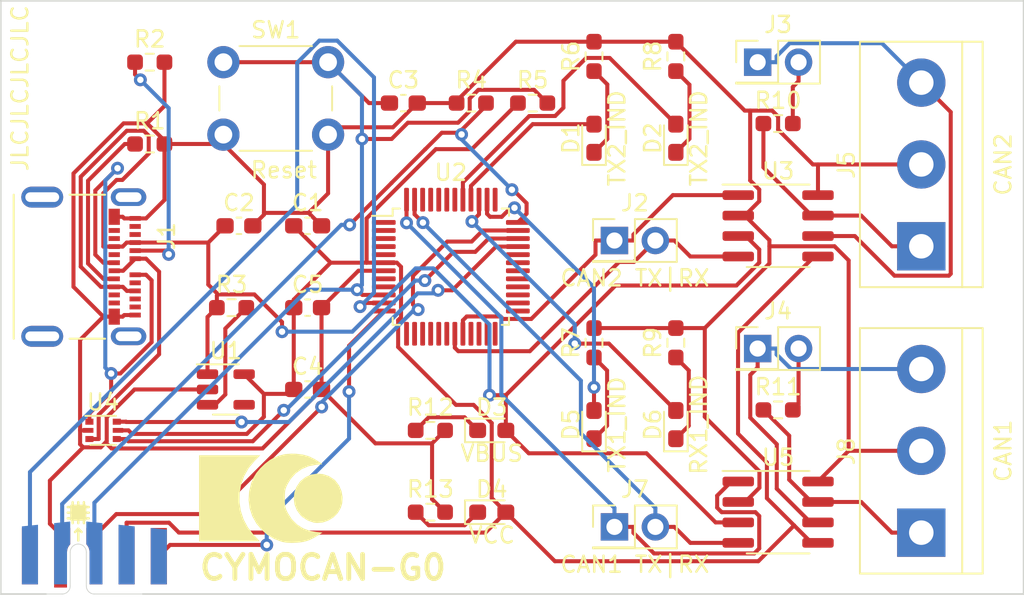
<source format=kicad_pcb>
(kicad_pcb (version 20221018) (generator pcbnew)
  (layers (0 "F.Cu" signal) (31 "B.Cu" signal) (34 "B.Paste" user) (35 "F.Paste" user) (36 "B.SilkS" user "B.Silkscreen") (37 "F.SilkS" user "F.Silkscreen") (38 "B.Mask" user) (39 "F.Mask" user) (44 "Edge.Cuts" user))
  (net 0 "")
  (net 1 "VBUS")
  (net 2 "GND")
  (net 3 "VCC")
  (net 4 "nRST")
  (net 5 "Net-(D1-K)")
  (net 6 "Net-(D2-K)")
  (net 7 "Net-(D3-K)")
  (net 8 "CAN1_TX_IND")
  (net 9 "Net-(D4-K)")
  (net 10 "CAN1_RX_IND")
  (net 11 "Net-(D5-K)")
  (net 12 "CAN2_TX_IND")
  (net 13 "Net-(D6-K)")
  (net 14 "CAN2_RX_IND")
  (net 15 "SWDIO")
  (net 16 "SWCLK{slash}BOOT0")
  (net 19 "DEBUG_UART_TX")
  (net 20 "DEBUG_UART_RX")
  (net 24 "CC1")
  (net 25 "USB_DP")
  (net 26 "USB_DM")
  (net 32 "CC2")
  (net 37 "Net-(J3-Pin_2)")
  (net 38 "Net-(J5-Pin_1)")
  (net 40 "Net-(J3-Pin_1)")
  (net 42 "Net-(J4-Pin_1)")
  (net 43 "Net-(J4-Pin_2)")
  (net 44 "CAN1_TXD")
  (net 45 "CAN1_RXD")
  (net 46 "CAN2_TXD")
  (net 47 "CAN2_RXD")
  (net 49 "Net-(J8-Pin_1)")
  (net 50 "Net-(U1-EN)")
  (net 76 "USB_DM_ISO")
  (net 77 "USB_DP_ISO")
  (footprint "Capacitor_SMD:C_0603_1608Metric_Pad1.08x0.95mm_HandSolder" (layer "F.Cu") (at 126.5925 69.85)
    (fp_text reference "C3")
    (fp_text value "0.1uF")
  )
  (footprint "Resistor_SMD:R_0603_1608Metric_Pad0.98x0.95mm_HandSolder" (layer "F.Cu") (at 130.81 69.85)
    (fp_text reference "R4")
    (fp_text value "10K")
  )
  (footprint "Connector_PinHeader_2.54mm:PinHeader_2x01_P2.54mm_Vertical" (layer "F.Cu") (at 139.7 78.3825)
    (fp_text reference "J2")
    (fp_text value "CAN2 TX|RX")
  )
  (footprint "LED_SMD:LED_0603_1608Metric_Pad1.05x0.95mm_HandSolder" (layer "F.Cu") (at 143.51 89.8125 90)
    (fp_text reference "D6")
    (fp_text value "RX1_IND")
  )
  (footprint "Resistor_SMD:R_0603_1608Metric_Pad0.98x0.95mm_HandSolder" (layer "F.Cu") (at 128.27 95.25)
    (fp_text reference "R13")
    (fp_text value "1K")
  )
  (footprint "Resistor_SMD:R_0603_1608Metric_Pad0.98x0.95mm_HandSolder" (layer "F.Cu") (at 149.86 88.9)
    (fp_text reference "R11")
    (fp_text value "120")
  )
  (footprint "Capacitor_SMD:C_0603_1608Metric_Pad1.08x0.95mm_HandSolder" (layer "F.Cu") (at 120.65 82.55)
    (fp_text reference "C5")
    (fp_text value "4.7uF")
  )
  (footprint "Capacitor_SMD:C_0603_1608Metric_Pad1.08x0.95mm_HandSolder" (layer "F.Cu") (at 120.65 87.63)
    (fp_text reference "C4")
    (fp_text value "100nf")
  )
  (footprint "LED_SMD:LED_0603_1608Metric_Pad1.05x0.95mm_HandSolder" (layer "F.Cu") (at 138.43 89.8125 90)
    (fp_text reference "D5")
    (fp_text value "TX1_IND")
  )
  (footprint "Package_SO:SOIC-8_3.9x4.9mm_P1.27mm" (layer "F.Cu") (at 149.86 95.25)
    (fp_text reference "U5")
    (fp_text value "TJA1051T-3")
  )
  (footprint "SnapEDA Library:MOLEX_105450-0101" (layer "F.Cu") (at 106.172 80.01 -90)
    (fp_text reference "J1")
    (fp_text value "105450-0101" hide)
  )
  (footprint "Button_Switch_THT:SW_PUSH_6mm" (layer "F.Cu") (at 115.42 67.31)
    (fp_text reference "SW1")
    (fp_text value "Reset")
  )
  (footprint "Connector_PinHeader_2.54mm:PinHeader_2x01_P2.54mm_Vertical" (layer "F.Cu") (at 148.59 85.09)
    (fp_text reference "J4")
    (fp_text value "Conn_01x02_Pin" hide)
  )
  (footprint "LED_SMD:LED_0603_1608Metric_Pad1.05x0.95mm_HandSolder" (layer "F.Cu") (at 132.08 90.17)
    (fp_text reference "D3")
    (fp_text value "VBUS")
  )
  (footprint "LOGO" (layer "F.Cu") (at 117.830558 92.456)
    (fp_text reference "G***" hide)
    (fp_text value "LOGO" hide)
  )
  (footprint "Resistor_SMD:R_0603_1608Metric_Pad0.98x0.95mm_HandSolder" (layer "F.Cu") (at 128.27 90.17)
    (fp_text reference "R12")
    (fp_text value "1K")
  )
  (footprint "Resistor_SMD:R_0603_1608Metric_Pad0.98x0.95mm_HandSolder" (layer "F.Cu") (at 138.43 66.9525 90)
    (fp_text reference "R6")
    (fp_text value "1K")
  )
  (footprint "Resistor_SMD:R_0603_1608Metric_Pad0.98x0.95mm_HandSolder" (layer "F.Cu") (at 149.86 71.12)
    (fp_text reference "R10")
    (fp_text value "120")
  )
  (footprint "Resistor_SMD:R_0603_1608Metric_Pad0.98x0.95mm_HandSolder" (layer "F.Cu") (at 143.51 66.9525 90)
    (fp_text reference "R8")
    (fp_text value "1K")
  )
  (footprint "Connector_PinHeader_2.54mm:PinHeader_2x01_P2.54mm_Vertical" (layer "F.Cu") (at 148.59 67.31)
    (fp_text reference "J3")
    (fp_text value "Conn_01x02_Pin" hide)
  )
  (footprint "LED_SMD:LED_0603_1608Metric_Pad1.05x0.95mm_HandSolder" (layer "F.Cu") (at 143.51 72.0325 90)
    (fp_text reference "D2")
    (fp_text value "TX2_IND")
  )
  (footprint "TerminalBlock:TerminalBlock_bornier-3_P5.08mm" (layer "F.Cu") (at 158.75 78.74 90)
    (fp_text reference "J5")
    (fp_text value "CAN2")
  )
  (footprint "Package_TO_SOT_SMD:SOT-23-5" (layer "F.Cu") (at 115.57 87.63)
    (fp_text reference "U1")
    (fp_text value "AP2112K-3.3")
  )
  (footprint "Package_TO_SOT_SMD:SOT-666" (layer "F.Cu") (at 107.95 90.17)
    (fp_text reference "U4")
    (fp_text value "USBLC6-2P6")
  )
  (footprint "Resistor_SMD:R_0603_1608Metric_Pad0.98x0.95mm_HandSolder" (layer "F.Cu") (at 110.8475 67.31)
    (fp_text reference "R2")
    (fp_text value "5.1K")
  )
  (footprint "Package_SO:SOIC-8_3.9x4.9mm_P1.27mm" (layer "F.Cu") (at 149.86 77.47)
    (fp_text reference "U3")
    (fp_text value "TJA1051T-3")
  )
  (footprint "Resistor_SMD:R_0603_1608Metric_Pad0.98x0.95mm_HandSolder" (layer "F.Cu") (at 134.62 69.85)
    (fp_text reference "R5")
    (fp_text value "40K")
  )
  (footprint "DebugEdge:DebugEdge_2x05_Target" (layer "F.Cu") (at 107.41 100.33)
    (fp_text reference "J6" hide)
    (fp_text value "DebugEdge_02x05" hide)
    (fp_line (start -3 0) (end -2 0) (stroke (width 0.05)) (layer "Edge.Cuts"))
    (fp_line (start -1.5 -2.6) (end -1.5 -0.5) (stroke (width 0.05)) (layer "Edge.Cuts"))
    (fp_line (start -0.5 -0.5) (end -0.5 -2.6) (stroke (width 0.05)) (layer "Edge.Cuts"))
    (fp_line (start 0 0) (end 3 0) (stroke (width 0.05)) (layer "Edge.Cuts"))
    (fp_arc (start -1.5 -2.6) (mid -1 -3.1) (end -0.5 -2.6) (stroke (width 0.05)) (layer "Edge.Cuts"))
    (fp_arc (start -1.5 -0.5) (mid -1.646447 -0.146447) (end -2 0) (stroke (width 0.05)) (layer "Edge.Cuts"))
    (fp_arc (start 0 0) (mid -0.353553 -0.146447) (end -0.5 -0.5) (stroke (width 0.05)) (layer "Edge.Cuts"))
  )
  (footprint "Connector_PinHeader_2.54mm:PinHeader_2x01_P2.54mm_Vertical" (layer "F.Cu") (at 139.7 96.1625)
    (fp_text reference "J7")
    (fp_text value "CAN1 TX|RX")
  )
  (footprint "Resistor_SMD:R_0603_1608Metric_Pad0.98x0.95mm_HandSolder" (layer "F.Cu") (at 143.51 84.7325 90)
    (fp_text reference "R9")
    (fp_text value "1K")
  )
  (footprint "LED_SMD:LED_0603_1608Metric_Pad1.05x0.95mm_HandSolder" (layer "F.Cu") (at 132.08 95.25)
    (fp_text reference "D4")
    (fp_text value "VCC")
  )
  (footprint "Package_QFP:LQFP-48_7x7mm_P0.5mm" (layer "F.Cu") (at 129.54 80.01)
    (fp_text reference "U2")
    (fp_text value "STM32G0B1CBTx")
  )
  (footprint "Resistor_SMD:R_0603_1608Metric_Pad0.98x0.95mm_HandSolder" (layer "F.Cu") (at 138.43 84.7325 90)
    (fp_text reference "R7")
    (fp_text value "1K")
  )
  (footprint "Resistor_SMD:R_0603_1608Metric_Pad0.98x0.95mm_HandSolder" (layer "F.Cu") (at 110.8475 72.39)
    (fp_text reference "R1")
    (fp_text value "5.1K")
  )
  (footprint "Capacitor_SMD:C_0603_1608Metric_Pad1.08x0.95mm_HandSolder" (layer "F.Cu") (at 116.385 77.47)
    (fp_text reference "C2")
    (fp_text value "1uF")
  )
  (footprint "TerminalBlock:TerminalBlock_bornier-3_P5.08mm" (layer "F.Cu") (at 158.75 96.52 90)
    (fp_text reference "J8")
    (fp_text value "CAN1")
  )
  (footprint "Resistor_SMD:R_0603_1608Metric_Pad0.98x0.95mm_HandSolder" (layer "F.Cu") (at 115.9275 82.55)
    (fp_text reference "R3")
    (fp_text value "10K")
  )
  (footprint "LED_SMD:LED_0603_1608Metric_Pad1.05x0.95mm_HandSolder" (layer "F.Cu") (at 138.43 72.0325 90)
    (fp_text reference "D1")
    (fp_text value "TX2_IND")
  )
  (footprint "Capacitor_SMD:C_0603_1608Metric_Pad1.08x0.95mm_HandSolder" (layer "F.Cu") (at 120.65 77.47)
    (fp_text reference "C1")
    (fp_text value "1uF")
  )
  (gr_line (start 110.41 100.33) (end 165.1 100.33) (stroke (width 0.1)) (layer "Edge.Cuts"))
  (gr_line (start 101.6 63.5) (end 101.6 100.33) (stroke (width 0.1)) (layer "Edge.Cuts"))
  (gr_line (start 101.6 100.33) (end 104.41 100.33) (stroke (width 0.1)) (layer "Edge.Cuts"))
  (gr_line (start 165.1 100.33) (end 165.1 63.5) (stroke (width 0.1)) (layer "Edge.Cuts"))
  (gr_line (start 165.1 63.5) (end 101.6 63.5) (stroke (width 0.1)) (layer "Edge.Cuts"))
  (gr_text "CYMOCAN-G0" (at 113.792 99.568) (layer "F.SilkS") (effects (font (size 1.5 1.5) (thickness 0.3) bold) (justify left bottom)))
  (gr_text "JLCJLCJLCJLC" (at 103.378 74.168 90) (layer "F.SilkS") (effects (font (size 1 1)) (justify left bottom)))
  (segment (start 109.1781 81.26) (end 108.642 81.26) (width 0.25) (layer "F.Cu") (net 1))
  (segment (start 141.6883 91.5919) (end 134.3769 91.5919) (width 0.25) (layer "F.Cu") (net 1))
  (segment (start 117.3431 81.7287) (end 115.0896 81.7287) (width 0.25) (layer "F.Cu") (net 1))
  (segment (start 110.7838 71.8796) (end 110.7838 72.986) (width 0.25) (layer "F.Cu") (net 1))
  (segment (start 107.8168 81.26) (end 106.5636 80.0068) (width 0.25) (layer "F.Cu") (net 1))
  (segment (start 108.642 78.76) (end 107.9651 78.76) (width 0.25) (layer "F.Cu") (net 1))
  (segment (start 109.942 81.51) (end 109.4281 81.51) (width 0.25) (layer "F.Cu") (net 1))
  (segment (start 114.4325 86.68) (end 114.4325 83.1325) (width 0.25) (layer "F.Cu") (net 1))
  (segment (start 106.5636 74.4242) (end 109.4183 71.5695) (width 0.25) (layer "F.Cu") (net 1))
  (segment (start 115.0896 81.7287) (end 115.015 81.8033) (width 0.25) (layer "F.Cu") (net 1))
  (segment (start 134.3769 91.5919) (end 132.955 90.17) (width 0.25) (layer "F.Cu") (net 1))
  (segment (start 119.0604 84.0434) (end 119.0604 83.446) (width 0.25) (layer "F.Cu") (net 1))
  (segment (start 108.7878 74.621) (end 107.9651 75.4437) (width 0.25) (layer "F.Cu") (net 1))
  (segment (start 109.942 78.51) (end 109.4169 78.51) (width 0.25) (layer "F.Cu") (net 1))
  (segment (start 114.4325 83.1325) (end 115.015 82.55) (width 0.25) (layer "F.Cu") (net 1))
  (segment (start 148.6875 79.7579) (end 147.2692 81.1762) (width 0.25) (layer "F.Cu") (net 1))
  (segment (start 109.4183 71.5695) (end 110.4737 71.5695) (width 0.25) (layer "F.Cu") (net 1))
  (segment (start 106.5636 80.0068) (end 106.5636 74.4242) (width 0.25) (layer "F.Cu") (net 1))
  (segment (start 109.942 78.51) (end 114.4825 78.51) (width 0.25) (layer "F.Cu") (net 1))
  (segment (start 147.853 78.105) (end 148.6875 78.9395) (width 0.25) (layer "F.Cu") (net 1))
  (segment (start 148.6875 78.9395) (end 148.6875 79.7579) (width 0.25) (layer "F.Cu") (net 1))
  (segment (start 132.955 87.9849) (end 132.955 90.17) (width 0.25) (layer "F.Cu") (net 1))
  (segment (start 108.642 81.26) (end 107.8168 81.26) (width 0.25) (layer "F.Cu") (net 1))
  (segment (start 114.4825 81.1216) (end 114.4825 78.51) (width 0.25) (layer "F.Cu") (net 1))
  (segment (start 147.385 95.885) (end 145.9814 95.885) (width 0.25) (layer "F.Cu") (net 1))
  (segment (start 139.7637 81.1762) (end 132.955 87.9849) (width 0.25) (layer "F.Cu") (net 1))
  (segment (start 109.1488 74.621) (end 108.7878 74.621) (width 0.25) (layer "F.Cu") (net 1))
  (segment (start 110.7838 72.986) (end 109.1488 74.621) (width 0.25) (layer "F.Cu") (net 1))
  (segment (start 109.4281 81.51) (end 109.1781 81.26) (width 0.25) (layer "F.Cu") (net 1))
  (segment (start 107.9651 75.4437) (end 107.9651 78.76) (width 0.25) (layer "F.Cu") (net 1))
  (segment (start 147.2692 81.1762) (end 139.7637 81.1762) (width 0.25) (layer "F.Cu") (net 1))
  (segment (start 110.4737 71.5695) (end 110.7838 71.8796) (width 0.25) (layer "F.Cu") (net 1))
  (segment (start 147.385 78.105) (end 147.853 78.105) (width 0.25) (layer "F.Cu") (net 1))
  (segment (start 119.0604 83.446) (end 117.3431 81.7287) (width 0.25) (layer "F.Cu") (net 1))
  (segment (start 115.015 81.8033) (end 115.015 82.55) (width 0.25) (layer "F.Cu") (net 1))
  (segment (start 115.0896 81.7287) (end 114.4825 81.1216) (width 0.25) (layer "F.Cu") (net 1))
  (segment (start 114.4825 78.51) (end 115.5225 77.47) (width 0.25) (layer "F.Cu") (net 1))
  (segment (start 145.9814 95.885) (end 141.6883 91.5919) (width 0.25) (layer "F.Cu") (net 1))
  (segment (start 132.955 87.9849) (end 131.9413 87.9849) (width 0.25) (layer "F.Cu") (net 1))
  (segment (start 109.4169 78.51) (end 109.1669 78.76) (width 0.25) (layer "F.Cu") (net 1))
  (segment (start 109.1669 78.76) (end 108.642 78.76) (width 0.25) (layer "F.Cu") (net 1))
  (via (at 131.9413 87.9849) (size 0.8) (drill 0.4) (layers "F.Cu" "B.Cu") (net 1))
  (via (at 119.0604 84.0434) (size 0.8) (drill 0.4) (layers "F.Cu" "B.Cu") (net 1))
  (segment (start 128.4509 80.113) (end 127.3531 80.113) (width 0.25) (layer "B.Cu") (net 1))
  (segment (start 131.9413 87.9849) (end 131.9413 83.6034) (width 0.25) (layer "B.Cu") (net 1))
  (segment (start 127.3531 80.113) (end 123.4227 84.0434) (width 0.25) (layer "B.Cu") (net 1))
  (segment (start 131.9413 83.6034) (end 128.4509 80.113) (width 0.25) (layer "B.Cu") (net 1))
  (segment (start 123.4227 84.0434) (end 119.0604 84.0434) (width 0.25) (layer "B.Cu") (net 1))
  (segment (start 121.92 71.81) (end 121.92 75.4569) (width 0.25) (layer "F.Cu") (net 2))
  (segment (start 148.6998 93.7319) (end 148.6998 92.7189) (width 0.25) (layer "F.Cu") (net 2))
  (segment (start 106.1117 74.2201) (end 109.2236 71.1082) (width 0.25) (layer "F.Cu") (net 2))
  (segment (start 133.5751 66.04) (end 138.43 66.04) (width 0.25) (layer "F.Cu") (net 2))
  (segment (start 106.7146 91.2219) (end 106.5231 91.0304) (width 0.25) (layer "F.Cu") (net 2))
  (segment (start 148.6998 92.7189) (end 145.3082 89.3273) (width 0.25) (layer "F.Cu") (net 2))
  (segment (start 149.3192 78.74) (end 153.3637 78.74) (width 0.25) (layer "F.Cu") (net 2))
  (segment (start 117.9369 76.7806) (end 117.9369 76.6672) (width 0.25) (layer "F.Cu") (net 2))
  (segment (start 108.1057 90.9216) (end 107.8054 91.2219) (width 0.25) (layer "F.Cu") (net 2))
  (segment (start 108.176 89.3567) (end 108.176 90.8513) (width 0.25) (layer "F.Cu") (net 2))
  (segment (start 148.125 70.3172) (end 148.125 74.6547) (width 0.25) (layer "F.Cu") (net 2))
  (segment (start 158.75 91.44) (end 154.24 91.44) (width 0.25) (layer "F.Cu") (net 2))
  (segment (start 117.9369 74.9069) (end 115.42 72.39) (width 0.25) (layer "F.Cu") (net 2))
  (segment (start 111.76 70.0316) (end 110.6834 71.1082) (width 0.25) (layer "F.Cu") (net 2))
  (segment (start 109.2651 77.01) (end 109.1651 76.91) (width 0.25) (layer "F.Cu") (net 2))
  (segment (start 152.335 73.66) (end 152.0195 73.66) (width 0.25) (layer "F.Cu") (net 2))
  (segment (start 129.8975 69.85) (end 129.8975 69.7176) (width 0.25) (layer "F.Cu") (net 2))
  (segment (start 143.51 83.82) (end 138.43 83.82) (width 0.25) (layer "F.Cu") (net 2))
  (segment (start 111.76 72.1848) (end 111.76 72.39) (width 0.25) (layer "F.Cu") (net 2))
  (segment (start 152.335 73.66) (end 152.335 75.565) (width 0.25) (layer "F.Cu") (net 2))
  (segment (start 127.455 69.85) (end 127.4528 69.85) (width 0.25) (layer "F.Cu") (net 2))
  (segment (start 109.717 77.01) (end 109.942 77.01) (width 0.25) (layer "F.Cu") (net 2))
  (segment (start 109.9027 87.63) (end 108.176 89.3567) (width 0.25) (layer "F.Cu") (net 2))
  (segment (start 128.3762 90.9763) (end 124.8588 90.9763) (width 0.25) (layer "F.Cu") (net 2))
  (segment (start 115.42 72.39) (end 111.76 72.39) (width 0.25) (layer "F.Cu") (net 2))
  (segment (start 104.648 95.968) (end 104.648 93.2885) (width 0.25) (layer "F.Cu") (net 2))
  (segment (start 108.176 90.8513) (end 108.1057 90.9216) (width 0.25) (layer "F.Cu") (net 2))
  (segment (start 147.7872 70.3172) (end 143.51 66.04) (width 0.25) (layer "F.Cu") (net 2))
  (segment (start 108.642 83.11) (end 109.1651 83.11) (width 0.25) (layer "F.Cu") (net 2))
  (segment (start 149.4892 70.3172) (end 148.125 70.3172) (width 0.25) (layer "F.Cu") (net 2))
  (segment (start 154.24 91.44) (end 152.335 93.345) (width 0.25) (layer "F.Cu") (net 2))
  (segment (start 128.3762 90.9763) (end 129.1825 90.17) (width 0.25) (layer "F.Cu") (net 2))
  (segment (start 148.6875 75.9431) (end 147.7956 76.835) (width 0.25) (layer "F.Cu") (net 2))
  (segment (start 129.8975 69.7176) (end 133.5751 66.04) (width 0.25) (layer "F.Cu") (net 2))
  (segment (start 109.1651 76.91) (end 108.642 76.91) (width 0.25) (layer "F.Cu") (net 2))
  (segment (start 148.125 74.6547) (end 148.6875 75.2172) (width 0.25) (layer "F.Cu") (net 2))
  (segment (start 111.76 75.8689) (end 110.6189 77.01) (width 0.25) (layer "F.Cu") (net 2))
  (segment (start 121.5125 87.63) (end 117.8473 91.2952) (width 0.25) (layer "F.Cu") (net 2))
  (segment (start 128.3762 94.4437) (end 129.1825 95.25) (width 0.25) (layer "F.Cu") (net 2))
  (segment (start 106.5231 90.1715) (end 106.5246 90.17) (width 0.25) (layer "F.Cu") (net 2))
  (segment (start 110.6834 71.1082) (end 111.76 72.1848) (width 0.25) (layer "F.Cu") (net 2))
  (segment (start 149.86 71.5005) (end 149.86 70.688) (width 0.25) (layer "F.Cu") (net 2))
  (segment (start 149.86 70.688) (end 149.4892 70.3172) (width 0.25) (layer "F.Cu") (net 2))
  (segment (start 148.125 70.3172) (end 147.7872 70.3172) (width 0.25) (layer "F.Cu") (net 2))
  (segment (start 145.3082 89.3273) (end 145.3082 83.82) (width 0.25) (layer "F.Cu") (net 2))
  (segment (start 123.8025 80.26) (end 125.3775 80.26) (width 0.25) (layer "F.Cu") (net 2))
  (segment (start 107.8054 91.2219) (end 106.7146 91.2219) (width 0.25) (layer "F.Cu") (net 2))
  (segment (start 109.2236 71.1082) (end 110.6834 71.1082) (width 0.25) (layer "F.Cu") (net 2))
  (segment (start 104.648 93.2885) (end 106.7146 91.2219) (width 0.25) (layer "F.Cu") (net 2))
  (segment (start 145.3082 83.82) (end 143.51 83.82) (width 0.25) (layer "F.Cu") (net 2))
  (segment (start 106.1117 81.2566) (end 106.1117 74.2201) (width 0.25) (layer "F.Cu") (net 2))
  (segment (start 154.24 79.6163) (end 154.24 91.44) (width 0.25) (layer "F.Cu") (net 2))
  (segment (start 109.717 77.01) (end 109.2651 77.01) (width 0.25) (layer "F.Cu") (net 2))
  (segment (start 147.8167 94.615) (end 148.6998 93.7319) (width 0.25) (layer "F.Cu") (net 2))
  (segment (start 115.42 72.39) (end 115.42 71.81) (width 0.25) (layer "F.Cu") (net 2))
  (segment (start 148.6875 75.2172) (end 148.6875 75.9431) (width 0.25) (layer "F.Cu") (net 2))
  (segment (start 127.455 69.85) (end 129.8975 69.85) (width 0.25) (layer "F.Cu") (net 2))
  (segment (start 106.5231 90.1685) (end 106.5231 84.552) (width 0.25) (layer "F.Cu") (net 2))
  (segment (start 117.2475 77.47) (end 117.9369 76.7806) (width 0.25) (layer "F.Cu") (net 2))
  (segment (start 117.8473 91.2952) (end 108.4793 91.2952) (width 0.25) (layer "F.Cu") (net 2))
  (segment (start 128.3762 90.9763) (end 128.3762 94.4437) (width 0.25) (layer "F.Cu") (net 2))
  (segment (start 108.642 83.11) (end 107.9651 83.11) (width 0.25) (layer "F.Cu") (net 2))
  (segment (start 105.41 96.73) (end 104.648 95.968) (width 0.25) (layer "F.Cu") (net 2))
  (segment (start 111.76 72.39) (end 111.76 75.8689) (width 0.25) (layer "F.Cu") (net 2))
  (segment (start 124.8588 90.9763) (end 121.5125 87.63) (width 0.25) (layer "F.Cu") (net 2))
  (segment (start 149.3192 78.74) (end 149.3192 78.3586) (width 0.25) (layer "F.Cu") (net 2))
  (segment (start 153.3637 78.74) (end 154.24 79.6163) (width 0.25) (layer "F.Cu") (net 2))
  (segment (start 122.3773 71.3527) (end 121.92 71.81) (width 0.25) (layer "F.Cu") (net 2))
  (segment (start 109.1651 83.11) (end 109.2651 83.01) (width 0.25) (layer "F.Cu") (net 2))
  (segment (start 145.3082 83.82) (end 149.3192 79.809) (width 0.25) (layer "F.Cu") (net 2))
  (segment (start 109.942 77.01) (end 110.6189 77.01) (width 0.25) (layer "F.Cu") (net 2))
  (segment (start 106.5231 91.0304) (end 106.5231 90.1715) (width 0.25) (layer "F.Cu") (net 2))
  (segment (start 149.3192 78.3586) (end 147.7956 76.835) (width 0.25) (layer "F.Cu") (net 2))
  (segment (start 152.0195 73.66) (end 149.86 71.5005) (width 0.25) (layer "F.Cu") (net 2))
  (segment (start 106.5231 84.552) (end 107.9651 83.11) (width 0.25) (layer "F.Cu") (net 2))
  (segment (start 114.4325 87.63) (end 109.9027 87.63) (width 0.25) (layer "F.Cu") (net 2))
  (segment (start 108.4793 91.2952) (end 108.1057 90.9216) (width 0.25) (layer "F.Cu") (net 2))
  (segment (start 121.5125 82.55) (end 121.5125 87.63) (width 0.25) (layer "F.Cu") (net 2))
  (segment (start 107.9651 83.11) (end 106.1117 81.2566) (width 0.25) (layer "F.Cu") (net 2))
  (segment (start 121.5125 77.47) (end 120.7097 76.6672) (width 0.25) (layer "F.Cu") (net 2))
  (segment (start 127.4528 69.85) (end 125.9501 71.3527) (width 0.25) (layer "F.Cu") (net 2))
  (segment (start 106.5615 90.17) (end 106.5246 90.17) (width 0.25) (layer "F.Cu") (net 2))
  (segment (start 138.43 66.04) (end 143.51 66.04) (width 0.25) (layer "F.Cu") (net 2))
  (segment (start 158.75 73.66) (end 152.335 73.66) (width 0.25) (layer "F.Cu") (net 2))
  (segment (start 120.7097 76.6672) (end 117.9369 76.6672) (width 0.25) (layer "F.Cu") (net 2))
  (segment (start 111.76 67.31) (end 111.76 70.0316) (width 0.25) (layer "F.Cu") (net 2))
  (segment (start 107.025 90.17) (end 106.5615 90.17) (width 0.25) (layer "F.Cu") (net 2))
  (segment (start 121.5125 82.55) (end 123.8025 80.26) (width 0.25) (layer "F.Cu") (net 2))
  (segment (start 147.7956 76.835) (end 147.385 76.835) (width 0.25) (layer "F.Cu") (net 2))
  (segment (start 106.5246 90.17) (end 106.5231 90.1685) (width 0.25) (layer "F.Cu") (net 2))
  (segment (start 109.942 83.01) (end 109.2651 83.01) (width 0.25) (layer "F.Cu") (net 2))
  (segment (start 147.385 94.615) (end 147.8167 94.615) (width 0.25) (layer "F.Cu") (net 2))
  (segment (start 121.92 75.4569) (end 120.7097 76.6672) (width 0.25) (layer "F.Cu") (net 2))
  (segment (start 149.3192 79.809) (end 149.3192 78.74) (width 0.25) (layer "F.Cu") (net 2))
  (segment (start 125.9501 71.3527) (end 122.3773 71.3527) (width 0.25) (layer "F.Cu") (net 2))
  (segment (start 117.9369 76.6672) (end 117.9369 74.9069) (width 0.25) (layer "F.Cu") (net 2))
  (segment (start 119.7875 87.63) (end 119.5129 87.9046) (width 0.25) (layer "F.Cu") (net 3))
  (segment (start 130.8474 72.7101) (end 133.7075 69.85) (width 0.25) (layer "F.Cu") (net 3))
  (segment (start 119.7875 82.05) (end 122.0775 79.76) (width 0.25) (layer "F.Cu") (net 3))
  (segment (start 125.3775 79.76) (end 124.3128 79.76) (width 0.25) (layer "F.Cu") (net 3))
  (segment (start 132.955 95.25) (end 132.08 94.375) (width 0.25) (layer "F.Cu") (net 3))
  (segment (start 124.3128 77.0072) (end 128.6099 72.7101) (width 0.25) (layer "F.Cu") (net 3))
  (segment (start 132.955 95.25) (end 131.6897 96.5153) (width 0.25) (layer "F.Cu") (net 3))
  (segment (start 124.3128 79.76) (end 124.3128 77.0072) (width 0.25) (layer "F.Cu") (net 3))
  (segment (start 109.7483 90.3914) (end 109.5269 90.17) (width 0.25) (layer "F.Cu") (net 3))
  (segment (start 152.335 79.375) (end 152.1011 79.375) (width 0.25) (layer "F.Cu") (net 3))
  (segment (start 122.0775 79.76) (end 119.7875 77.47) (width 0.25) (layer "F.Cu") (net 3))
  (segment (start 132.08 89.7161) (end 130.9516 88.5877) (width 0.25) (layer "F.Cu") (net 3))
  (segment (start 126.2692 83.3306) (end 126.4493 83.1505) (width 0.25) (layer "F.Cu") (net 3))
  (segment (start 149.164 92.1679) (end 149.164 94.3843) (width 0.25) (layer "F.Cu") (net 3))
  (segment (start 135.9988 98.2938) (end 148.6313 98.2938) (width 0.25) (layer "F.Cu") (net 3))
  (segment (start 117.9321 87.9046) (end 117.9321 89.3318) (width 0.25) (layer "F.Cu") (net 3))
  (segment (start 117.9321 89.3318) (end 116.8725 90.3914) (width 0.25) (layer "F.Cu") (net 3))
  (segment (start 119.7875 87.63) (end 119.7875 82.55) (width 0.25) (layer "F.Cu") (net 3))
  (segment (start 147.3726 90.3765) (end 149.164 92.1679) (width 0.25) (layer "F.Cu") (net 3))
  (segment (start 152.335 97.155) (end 151.9347 97.155) (width 0.25) (layer "F.Cu") (net 3))
  (segment (start 132.955 95.25) (end 135.9988 98.2938) (width 0.25) (layer "F.Cu") (net 3))
  (segment (start 132.08 94.375) (end 132.08 89.7161) (width 0.25) (layer "F.Cu") (net 3))
  (segment (start 149.164 94.3843) (end 150.8524 96.0727) (width 0.25) (layer "F.Cu") (net 3))
  (segment (start 130.9516 88.5877) (end 129.8614 88.5877) (width 0.25) (layer "F.Cu") (net 3))
  (segment (start 112.0454 95.9031) (end 109.41 95.9031) (width 0.25) (layer "F.Cu") (net 3))
  (segment (start 152.1011 79.375) (end 147.3726 84.1035) (width 0.25) (layer "F.Cu") (net 3))
  (segment (start 117.9321 87.9046) (end 116.7075 86.68) (width 0.25) (layer "F.Cu") (net 3))
  (segment (start 126.1915 79.76) (end 125.3775 79.76) (width 0.25) (layer "F.Cu") (net 3))
  (segment (start 108.875 90.17) (end 109.5269 90.17) (width 0.25) (layer "F.Cu") (net 3))
  (segment (start 126.4493 80.0178) (end 126.1915 79.76) (width 0.25) (layer "F.Cu") (net 3))
  (segment (start 147.3726 84.1035) (end 147.3726 90.3765) (width 0.25) (layer "F.Cu") (net 3))
  (segment (start 129.8614 88.5877) (end 126.2692 84.9955) (width 0.25) (layer "F.Cu") (net 3))
  (segment (start 119.7875 82.55) (end 119.7875 82.05) (width 0.25) (layer "F.Cu") (net 3))
  (segment (start 131.6897 96.5153) (end 112.6576 96.5153) (width 0.25) (layer "F.Cu") (net 3))
  (segment (start 148.6313 98.2938) (end 150.8524 96.0727) (width 0.25) (layer "F.Cu") (net 3))
  (segment (start 128.6099 72.7101) (end 130.8474 72.7101) (width 0.25) (layer "F.Cu") (net 3))
  (segment (start 151.9347 97.155) (end 150.8524 96.0727) (width 0.25) (layer "F.Cu") (net 3))
  (segment (start 126.2692 84.9955) (end 126.2692 83.3306) (width 0.25) (layer "F.Cu") (net 3))
  (segment (start 109.41 97.98) (end 109.41 95.9031) (width 0.25) (layer "F.Cu") (net 3))
  (segment (start 112.6576 96.5153) (end 112.0454 95.9031) (width 0.25) (layer "F.Cu") (net 3))
  (segment (start 124.3128 79.76) (end 122.0775 79.76) (width 0.25) (layer "F.Cu") (net 3))
  (segment (start 116.8725 90.3914) (end 109.7483 90.3914) (width 0.25) (layer "F.Cu") (net 3))
  (segment (start 126.4493 83.1505) (end 126.4493 80.0178) (width 0.25) (layer "F.Cu") (net 3))
  (segment (start 119.5129 87.9046) (end 117.9321 87.9046) (width 0.25) (layer "F.Cu") (net 3))
  (segment (start 130.7128 69.5647) (end 130.7128 70.344) (width 0.25) (layer "F.Cu") (net 4))
  (segment (start 129.9868 71.07) (end 126.8719 71.07) (width 0.25) (layer "F.Cu") (net 4))
  (segment (start 124.46 69.85) (end 121.92 67.31) (width 0.25) (layer "F.Cu") (net 4))
  (segment (start 134.7116 69.0291) (end 131.2484 69.0291) (width 0.25) (layer "F.Cu") (net 4))
  (segment (start 135.5325 69.85) (end 134.7116 69.0291) (width 0.25) (layer "F.Cu") (net 4))
  (segment (start 125.3775 81.76) (end 124.048 81.76) (width 0.25) (layer "F.Cu") (net 4))
  (segment (start 125.8623 72.0796) (end 124.022 72.0796) (width 0.25) (layer "F.Cu") (net 4))
  (segment (start 125.73 69.85) (end 124.46 69.85) (width 0.25) (layer "F.Cu") (net 4))
  (segment (start 121.92 67.31) (end 115.42 67.31) (width 0.25) (layer "F.Cu") (net 4))
  (segment (start 130.7128 70.344) (end 129.9868 71.07) (width 0.25) (layer "F.Cu") (net 4))
  (segment (start 131.2484 69.0291) (end 130.7128 69.5647) (width 0.25) (layer "F.Cu") (net 4))
  (segment (start 124.048 81.76) (end 123.725 81.437) (width 0.25) (layer "F.Cu") (net 4))
  (segment (start 126.8719 71.07) (end 125.8623 72.0796) (width 0.25) (layer "F.Cu") (net 4))
  (via (at 123.725 81.437) (size 0.8) (drill 0.4) (layers "F.Cu" "B.Cu") (net 4))
  (via (at 124.022 72.0796) (size 0.8) (drill 0.4) (layers "F.Cu" "B.Cu") (net 4))
  (segment (start 123.725 81.437) (end 120.6358 81.437) (width 0.25) (layer "B.Cu") (net 4))
  (segment (start 120.6358 81.437) (end 107.41 94.6628) (width 0.25) (layer "B.Cu") (net 4))
  (segment (start 124.022 72.0796) (end 124.022 81.14) (width 0.25) (layer "B.Cu") (net 4))
  (segment (start 124.022 81.14) (end 123.725 81.437) (width 0.25) (layer "B.Cu") (net 4))
  (segment (start 124.022 72.0796) (end 124.022 69.412) (width 0.25) (layer "B.Cu") (net 4))
  (segment (start 124.022 69.412) (end 121.92 67.31) (width 0.25) (layer "B.Cu") (net 4))
  (segment (start 107.41 94.6628) (end 107.41 98.23) (width 0.25) (layer "B.Cu") (net 4))
  (segment (start 138.43 72.9075) (end 139.2545 72.083) (width 0.25) (layer "F.Cu") (net 5))
  (segment (start 139.2545 68.6895) (end 138.43 67.865) (width 0.25) (layer "F.Cu") (net 5))
  (segment (start 139.2545 72.083) (end 139.2545 68.6895) (width 0.25) (layer "F.Cu") (net 5))
  (segment (start 143.51 72.9075) (end 144.3574 72.0601) (width 0.25) (layer "F.Cu") (net 6))
  (segment (start 144.3574 72.0601) (end 144.3574 68.7124) (width 0.25) (layer "F.Cu") (net 6))
  (segment (start 144.3574 68.7124) (end 143.51 67.865) (width 0.25) (layer "F.Cu") (net 6))
  (segment (start 130.3915 89.3565) (end 128.171 89.3565) (width 0.25) (layer "F.Cu") (net 7))
  (segment (start 128.171 89.3565) (end 127.3575 90.17) (width 0.25) (layer "F.Cu") (net 7))
  (segment (start 131.205 90.17) (end 130.3915 89.3565) (width 0.25) (layer "F.Cu") (net 7))
  (segment (start 138.4282 87.4967) (end 138.43 87.4985) (width 0.25) (layer "F.Cu") (net 8))
  (segment (start 131.9784 76.9122) (end 132.7005 76.9122) (width 0.25) (layer "F.Cu") (net 8))
  (segment (start 131.79 75.8475) (end 131.79 76.7238) (width 0.25) (layer "F.Cu") (net 8))
  (segment (start 131.79 76.7238) (end 131.9784 76.9122) (width 0.25) (layer "F.Cu") (net 8))
  (segment (start 133.2613 76.3514) (end 133.4914 76.3514) (width 0.25) (layer "F.Cu") (net 8))
  (segment (start 138.43 87.4985) (end 138.43 88.9375) (width 0.25) (layer "F.Cu") (net 8))
  (segment (start 132.7005 76.9122) (end 133.2613 76.3514) (width 0.25) (layer "F.Cu") (net 8))
  (via (at 138.4282 87.4967) (size 0.8) (drill 0.4) (layers "F.Cu" "B.Cu") (net 8))
  (via (at 133.4914 76.3514) (size 0.8) (drill 0.4) (layers "F.Cu" "B.Cu") (net 8))
  (segment (start 138.4282 81.2882) (end 133.4914 76.3514) (width 0.25) (layer "B.Cu") (net 8))
  (segment (start 138.4282 87.4967) (end 138.4282 81.2882) (width 0.25) (layer "B.Cu") (net 8))
  (segment (start 130.3969 96.0581) (end 128.1656 96.0581) (width 0.25) (layer "F.Cu") (net 9))
  (segment (start 131.205 95.25) (end 130.3969 96.0581) (width 0.25) (layer "F.Cu") (net 9))
  (segment (start 128.1656 96.0581) (end 127.3575 95.25) (width 0.25) (layer "F.Cu") (net 9))
  (segment (start 131.29 76.7599) (end 130.8482 77.2017) (width 0.25) (layer "F.Cu") (net 10))
  (segment (start 131.29 75.8475) (end 131.29 76.7599) (width 0.25) (layer "F.Cu") (net 10))
  (segment (start 139.3558 84.7833) (end 137.2346 84.7833) (width 0.25) (layer "F.Cu") (net 10))
  (segment (start 143.51 88.9375) (end 139.3558 84.7833) (width 0.25) (layer "F.Cu") (net 10))
  (via (at 130.8482 77.2017) (size 0.8) (drill 0.4) (layers "F.Cu" "B.Cu") (net 10))
  (via (at 137.2346 84.7833) (size 0.8) (drill 0.4) (layers "F.Cu" "B.Cu") (net 10))
  (segment (start 130.8482 77.2017) (end 137.2346 83.5881) (width 0.25) (layer "B.Cu") (net 10))
  (segment (start 137.2346 83.5881) (end 137.2346 84.7833) (width 0.25) (layer "B.Cu") (net 10))
  (segment (start 139.2418 86.4568) (end 139.2418 89.8757) (width 0.25) (layer "F.Cu") (net 11))
  (segment (start 138.43 85.645) (end 139.2418 86.4568) (width 0.25) (layer "F.Cu") (net 11))
  (segment (start 139.2418 89.8757) (end 138.43 90.6875) (width 0.25) (layer "F.Cu") (net 11))
  (segment (start 130.79 75.8475) (end 130.79 74.9931) (width 0.25) (layer "F.Cu") (net 12))
  (segment (start 130.79 74.9931) (end 134.6256 71.1575) (width 0.25) (layer "F.Cu") (net 12))
  (segment (start 134.6256 71.1575) (end 138.43 71.1575) (width 0.25) (layer "F.Cu") (net 12))
  (segment (start 143.51 90.6875) (end 144.3138 89.8837) (width 0.25) (layer "F.Cu") (net 13))
  (segment (start 144.3138 86.4488) (end 143.51 85.645) (width 0.25) (layer "F.Cu") (net 13))
  (segment (start 144.3138 89.8837) (end 144.3138 86.4488) (width 0.25) (layer "F.Cu") (net 13))
  (segment (start 139.3994 67.0469) (end 143.51 71.1575) (width 0.25) (layer "F.Cu") (net 14))
  (segment (start 130.29 75.8475) (end 130.29 74.7748) (width 0.25) (layer "F.Cu") (net 14))
  (segment (start 136.5301 68.4626) (end 137.9458 67.0469) (width 0.25) (layer "F.Cu") (net 14))
  (segment (start 136.5301 70.1394) (end 136.5301 68.4626) (width 0.25) (layer "F.Cu") (net 14))
  (segment (start 136.0167 70.6528) (end 136.5301 70.1394) (width 0.25) (layer "F.Cu") (net 14))
  (segment (start 134.412 70.6528) (end 136.0167 70.6528) (width 0.25) (layer "F.Cu") (net 14))
  (segment (start 137.9458 67.0469) (end 139.3994 67.0469) (width 0.25) (layer "F.Cu") (net 14))
  (segment (start 130.29 74.7748) (end 134.412 70.6528) (width 0.25) (layer "F.Cu") (net 14))
  (segment (start 127.1894 80.5793) (end 127.1894 82.3526) (width 0.25) (layer "F.Cu") (net 15))
  (segment (start 108.7731 95.3669) (end 107.41 96.73) (width 0.25) (layer "F.Cu") (net 15))
  (segment (start 129.3209 78.4478) (end 127.1894 80.5793) (width 0.25) (layer "F.Cu") (net 15))
  (segment (start 131.5227 77.76) (end 130.8349 78.4478) (width 0.25) (layer "F.Cu") (net 15))
  (segment (start 114.8685 95.3669) (end 108.7731 95.3669) (width 0.25) (layer "F.Cu") (net 15))
  (segment (start 121.522 88.7134) (end 114.8685 95.3669) (width 0.25) (layer "F.Cu") (net 15))
  (segment (start 133.7025 77.76) (end 131.5227 77.76) (width 0.25) (layer "F.Cu") (net 15))
  (segment (start 130.8349 78.4478) (end 129.3209 78.4478) (width 0.25) (layer "F.Cu") (net 15))
  (segment (start 127.1894 82.3526) (end 127.5116 82.6748) (width 0.25) (layer "F.Cu") (net 15))
  (via (at 127.5116 82.6748) (size 0.8) (drill 0.4) (layers "F.Cu" "B.Cu") (net 15))
  (via (at 121.522 88.7134) (size 0.8) (drill 0.4) (layers "F.Cu" "B.Cu") (net 15))
  (segment (start 121.522 88.426) (end 121.522 88.7134) (width 0.25) (layer "B.Cu") (net 15))
  (segment (start 127.2732 82.6748) (end 121.522 88.426) (width 0.25) (layer "B.Cu") (net 15))
  (segment (start 127.5116 82.6748) (end 127.2732 82.6748) (width 0.25) (layer "B.Cu") (net 15))
  (segment (start 130.0713 71.661) (end 130.0398 71.6925) (width 0.25) (layer "F.Cu") (net 16))
  (segment (start 131.7225 69.85) (end 131.7225 70.0098) (width 0.25) (layer "F.Cu") (net 16))
  (segment (start 127.9534 72.7162) (end 127.9512 72.7162) (width 0.25) (layer "F.Cu") (net 16))
  (segment (start 134.2439 76.7186) (end 134.2439 76.0662) (width 0.25) (layer "F.Cu") (net 16))
  (segment (start 130.0398 71.6925) (end 128.9771 71.6925) (width 0.25) (layer "F.Cu") (net 16))
  (segment (start 133.7025 77.26) (end 134.2439 76.7186) (width 0.25) (layer "F.Cu") (net 16))
  (segment (start 127.9512 72.7162) (end 125.8585 74.8089) (width 0.25) (layer "F.Cu") (net 16))
  (segment (start 133.4079 75.2302) (end 133.3318 75.2302) (width 0.25) (layer "F.Cu") (net 16))
  (segment (start 128.9771 71.6925) (end 127.9534 72.7162) (width 0.25) (layer "F.Cu") (net 16))
  (segment (start 130.2071 71.7969) (end 130.0713 71.661) (width 0.25) (layer "F.Cu") (net 16))
  (segment (start 125.8585 74.8089) (end 125.8585 74.8111) (width 0.25) (layer "F.Cu") (net 16))
  (segment (start 125.8585 74.8111) (end 123.2594 77.4102) (width 0.25) (layer "F.Cu") (net 16))
  (segment (start 131.7225 70.0098) (end 130.0713 71.661) (width 0.25) (layer "F.Cu") (net 16))
  (segment (start 134.2439 76.0662) (end 133.4079 75.2302) (width 0.25) (layer "F.Cu") (net 16))
  (via (at 123.2594 77.4102) (size 0.8) (drill 0.4) (layers "F.Cu" "B.Cu") (net 16))
  (via (at 133.3318 75.2302) (size 0.8) (drill 0.4) (layers "F.Cu" "B.Cu") (net 16))
  (via (at 130.2071 71.7969) (size 0.8) (drill 0.4) (layers "F.Cu" "B.Cu") (net 16))
  (segment (start 105.41 94.742) (end 122.7418 77.4102) (width 0.25) (layer "B.Cu") (net 16))
  (segment (start 122.7418 77.4102) (end 123.2594 77.4102) (width 0.25) (layer "B.Cu") (net 16))
  (segment (start 133.3318 75.2302) (end 130.2071 72.1055) (width 0.25) (layer "B.Cu") (net 16))
  (segment (start 130.2071 72.1055) (end 130.2071 71.7969) (width 0.25) (layer "B.Cu") (net 16))
  (segment (start 105.41 98.23) (end 105.41 94.742) (width 0.25) (layer "B.Cu") (net 16))
  (segment (start 123.904 82.4879) (end 124.1319 82.26) (width 0.25) (layer "F.Cu") (net 19))
  (segment (start 124.1319 82.26) (end 125.3775 82.26) (width 0.25) (layer "F.Cu") (net 19))
  (via (at 123.904 82.4879) (size 0.8) (drill 0.4) (layers "F.Cu" "B.Cu") (net 19))
  (segment (start 122.4884 65.9733) (end 124.7698 68.2547) (width 0.25) (layer "B.Cu") (net 19))
  (segment (start 120.0013 76.168) (end 120.0013 67.3485) (width 0.25) (layer "B.Cu") (net 19))
  (segment (start 103.41 92.7593) (end 120.0013 76.168) (width 0.25) (layer "B.Cu") (net 19))
  (segment (start 121.3765 65.9733) (end 122.4884 65.9733) (width 0.25) (layer "B.Cu") (net 19))
  (segment (start 120.0013 67.3485) (end 121.3765 65.9733) (width 0.25) (layer "B.Cu") (net 19))
  (segment (start 124.7698 68.2547) (end 124.7698 81.6221) (width 0.25) (layer "B.Cu") (net 19))
  (segment (start 124.7698 81.6221) (end 123.904 82.4879) (width 0.25) (layer "B.Cu") (net 19))
  (segment (start 103.41 97.93) (end 103.41 92.7593) (width 0.25) (layer "B.Cu") (net 19))
  (segment (start 125.3775 82.76) (end 123.2216 84.9159) (width 0.25) (layer "F.Cu") (net 20))
  (segment (start 118.11 97.282) (end 112.108 97.282) (width 0.25) (layer "F.Cu") (net 20))
  (segment (start 123.2216 84.9159) (end 123.2216 87.7635) (width 0.25) (layer "F.Cu") (net 20))
  (segment (start 112.108 97.282) (end 111.41 97.98) (width 0.25) (layer "F.Cu") (net 20))
  (via (at 118.11 97.282) (size 0.8) (drill 0.4) (layers "F.Cu" "B.Cu") (net 20))
  (via (at 123.2216 87.7635) (size 0.8) (drill 0.4) (layers "F.Cu" "B.Cu") (net 20))
  (segment (start 118.11 97.282) (end 118.11 95.79415) (width 0.25) (layer "B.Cu") (net 20))
  (segment (start 118.11 95.79415) (end 123.2216 90.68255) (width 0.25) (layer "B.Cu") (net 20))
  (segment (start 123.2216 90.68255) (end 123.2216 87.7635) (width 0.25) (layer "B.Cu") (net 20))
  (segment (start 109.935 68.076) (end 109.935 67.31) (width 0.25) (layer "F.Cu") (net 24))
  (segment (start 111.7896 79.01) (end 112.0222 79.2426) (width 0.25) (layer "F.Cu") (net 24))
  (segment (start 109.942 79.01) (end 111.7896 79.01) (width 0.25) (layer "F.Cu") (net 24))
  (segment (start 110.2642 68.4052) (end 109.935 68.076) (width 0.25) (layer "F.Cu") (net 24))
  (via (at 110.2642 68.4052) (size 0.8) (drill 0.4) (layers "F.Cu" "B.Cu") (net 24))
  (via (at 112.0222 79.2426) (size 0.8) (drill 0.4) (layers "F.Cu" "B.Cu") (net 24))
  (segment (start 112.0222 70.1632) (end 110.2642 68.4052) (width 0.25) (layer "B.Cu") (net 24))
  (segment (start 112.0222 79.2426) (end 112.0222 70.1632) (width 0.25) (layer "B.Cu") (net 24))
  (segment (start 111.4281 85.4474) (end 107.6769 89.1986) (width 0.25) (layer "F.Cu") (net 25))
  (segment (start 111.4281 80.3192) (end 111.4281 85.4474) (width 0.25) (layer "F.Cu") (net 25))
  (segment (start 107.1 90.7075) (end 107.6769 90.7075) (width 0.25) (layer "F.Cu") (net 25))
  (segment (start 107.6769 89.1986) (end 107.6769 90.7075) (width 0.25) (layer "F.Cu") (net 25))
  (segment (start 109.942 79.51) (end 110.6189 79.51) (width 0.25) (layer "F.Cu") (net 25))
  (segment (start 108.642 80.26) (end 109.192 80.26) (width 0.25) (layer "F.Cu") (net 25))
  (segment (start 110.6189 79.51) (end 111.4281 80.3192) (width 0.25) (layer "F.Cu") (net 25))
  (segment (start 109.192 80.26) (end 109.942 79.51) (width 0.25) (layer "F.Cu") (net 25))
  (segment (start 107.9651 79.76) (end 107.4674 79.2623) (width 0.25) (layer "F.Cu") (net 26))
  (segment (start 107.1 89.6325) (end 107.1 89.1181) (width 0.25) (layer "F.Cu") (net 26))
  (segment (start 110.9635 84.6917) (end 109.0148 86.6404) (width 0.25) (layer "F.Cu") (net 26))
  (segment (start 107.4674 79.2623) (end 107.4674 75.2744) (width 0.25) (layer "F.Cu") (net 26))
  (segment (start 108.4503 87.7678) (end 107.1 89.1181) (width 0.25) (layer "F.Cu") (net 26))
  (segment (start 108.642 79.76) (end 107.9651 79.76) (width 0.25) (layer "F.Cu") (net 26))
  (segment (start 108.4503 86.6404) (end 108.4503 87.7678) (width 0.25) (layer "F.Cu") (net 26))
  (segment (start 107.4674 75.2744) (end 108.8477 73.8941) (width 0.25) (layer "F.Cu") (net 26))
  (segment (start 110.9635 80.8546) (end 110.9635 84.6917) (width 0.25) (layer "F.Cu") (net 26))
  (segment (start 110.6189 80.51) (end 110.9635 80.8546) (width 0.25) (layer "F.Cu") (net 26))
  (segment (start 109.0148 86.6404) (end 108.4503 86.6404) (width 0.25) (layer "F.Cu") (net 26))
  (segment (start 109.942 80.51) (end 110.6189 80.51) (width 0.25) (layer "F.Cu") (net 26))
  (via (at 108.4503 86.6404) (size 0.8) (drill 0.4) (layers "F.Cu" "B.Cu") (net 26))
  (via (at 108.8477 73.8941) (size 0.8) (drill 0.4) (layers "F.Cu" "B.Cu") (net 26))
  (segment (start 108.0875 74.6543) (end 108.0875 86.276) (width 0.25) (layer "B.Cu") (net 26))
  (segment (start 108.4519 86.6404) (end 108.4503 86.6404) (width 0.25) (layer "B.Cu") (net 26))
  (segment (start 108.0875 86.276) (end 108.4519 86.6404) (width 0.25) (layer "B.Cu") (net 26))
  (segment (start 108.8477 73.8941) (end 108.0875 74.6543) (width 0.25) (layer "B.Cu") (net 26))
  (segment (start 107.9651 80.76) (end 107.0155 79.8104) (width 0.25) (layer "F.Cu") (net 32))
  (segment (start 109.2959 72.39) (end 109.935 72.39) (width 0.25) (layer "F.Cu") (net 32))
  (segment (start 107.0155 79.8104) (end 107.0155 74.6704) (width 0.25) (layer "F.Cu") (net 32))
  (segment (start 107.0155 74.6704) (end 109.2959 72.39) (width 0.25) (layer "F.Cu") (net 32))
  (segment (start 108.642 80.76) (end 107.9651 80.76) (width 0.25) (layer "F.Cu") (net 32))
  (segment (start 150.7725 68.8444) (end 150.7725 71.12) (width 0.25) (layer "F.Cu") (net 37))
  (segment (start 151.13 68.4869) (end 150.7725 68.8444) (width 0.25) (layer "F.Cu") (net 37))
  (segment (start 151.13 67.31) (end 151.13 68.4869) (width 0.25) (layer "F.Cu") (net 37))
  (segment (start 156.9231 78.74) (end 155.0181 76.835) (width 0.25) (layer "F.Cu") (net 38))
  (segment (start 155.0181 76.835) (end 152.335 76.835) (width 0.25) (layer "F.Cu") (net 38))
  (segment (start 148.9475 71.12) (end 148.9475 73.8411) (width 0.25) (layer "F.Cu") (net 38))
  (segment (start 151.9414 76.835) (end 152.335 76.835) (width 0.25) (layer "F.Cu") (net 38))
  (segment (start 148.9475 73.8411) (end 151.9414 76.835) (width 0.25) (layer "F.Cu") (net 38))
  (segment (start 158.75 78.74) (end 156.9231 78.74) (width 0.25) (layer "F.Cu") (net 38))
  (segment (start 157.083 80.5669) (end 154.6211 78.105) (width 0.25) (layer "F.Cu") (net 40))
  (segment (start 158.75 68.58) (end 160.5769 70.4069) (width 0.25) (layer "F.Cu") (net 40))
  (segment (start 160.4599 80.5669) (end 157.083 80.5669) (width 0.25) (layer "F.Cu") (net 40))
  (segment (start 160.5769 80.4499) (end 160.4599 80.5669) (width 0.25) (layer "F.Cu") (net 40))
  (segment (start 154.6211 78.105) (end 152.335 78.105) (width 0.25) (layer "F.Cu") (net 40))
  (segment (start 160.5769 70.4069) (end 160.5769 80.4499) (width 0.25) (layer "F.Cu") (net 40))
  (segment (start 156.3031 66.1331) (end 150.5759 66.1331) (width 0.25) (layer "B.Cu") (net 40))
  (segment (start 150.5759 66.1331) (end 149.7669 66.9421) (width 0.25) (layer "B.Cu") (net 40))
  (segment (start 148.59 67.31) (end 149.7669 67.31) (width 0.25) (layer "B.Cu") (net 40))
  (segment (start 158.75 68.58) (end 156.3031 66.1331) (width 0.25) (layer "B.Cu") (net 40))
  (segment (start 149.7669 66.9421) (end 149.7669 67.31) (width 0.25) (layer "B.Cu") (net 40))
  (segment (start 148.1318 86.7251) (end 148.1318 89.3847) (width 0.25) (layer "F.Cu") (net 42))
  (segment (start 149.777 93.7926) (end 151.8694 95.885) (width 0.25) (layer "F.Cu") (net 42))
  (segment (start 151.8694 95.885) (end 152.335 95.885) (width 0.25) (layer "F.Cu") (net 42))
  (segment (start 148.1318 89.3847) (end 149.777 91.0299) (width 0.25) (layer "F.Cu") (net 42))
  (segment (start 148.59 86.2669) (end 148.1318 86.7251) (width 0.25) (layer "F.Cu") (net 42))
  (segment (start 148.59 85.09) (end 148.59 86.2669) (width 0.25) (layer "F.Cu") (net 42))
  (segment (start 149.777 91.0299) (end 149.777 93.7926) (width 0.25) (layer "F.Cu") (net 42))
  (segment (start 150.6691 86.36) (end 149.7669 85.4578) (width 0.25) (layer "B.Cu") (net 42))
  (segment (start 148.59 85.09) (end 149.7669 85.09) (width 0.25) (layer "B.Cu") (net 42))
  (segment (start 149.7669 85.4578) (end 149.7669 85.09) (width 0.25) (layer "B.Cu") (net 42))
  (segment (start 158.75 86.36) (end 150.6691 86.36) (width 0.25) (layer "B.Cu") (net 42))
  (segment (start 151.13 85.09) (end 151.13 88.5425) (width 0.25) (layer "F.Cu") (net 43))
  (segment (start 151.13 88.5425) (end 150.7725 88.9) (width 0.25) (layer "F.Cu") (net 43))
  (segment (start 148.6875 95.4858) (end 148.4517 95.25) (width 0.25) (layer "F.Cu") (net 44))
  (segment (start 146.0759 94.2236) (end 146.9545 93.345) (width 0.25) (layer "F.Cu") (net 44))
  (segment (start 142.1588 97.8122) (end 148.3781 97.8122) (width 0.25) (layer "F.Cu") (net 44))
  (segment (start 148.4517 95.25) (end 146.3563 95.25) (width 0.25) (layer "F.Cu") (net 44))
  (segment (start 126.79 75.8475) (end 126.79 77.2836) (width 0.25) (layer "F.Cu") (net 44))
  (segment (start 146.0759 94.9696) (end 146.0759 94.2236) (width 0.25) (layer "F.Cu") (net 44))
  (segment (start 148.3781 97.8122) (end 148.6875 97.5028) (width 0.25) (layer "F.Cu") (net 44))
  (segment (start 146.3563 95.25) (end 146.0759 94.9696) (width 0.25) (layer "F.Cu") (net 44))
  (segment (start 140.8769 96.1625) (end 140.8769 96.5303) (width 0.25) (layer "F.Cu") (net 44))
  (segment (start 148.6875 97.5028) (end 148.6875 95.4858) (width 0.25) (layer "F.Cu") (net 44))
  (segment (start 139.7 96.1625) (end 140.8769 96.1625) (width 0.25) (layer "F.Cu") (net 44))
  (segment (start 140.8769 96.5303) (end 142.1588 97.8122) (width 0.25) (layer "F.Cu") (net 44))
  (segment (start 146.9545 93.345) (end 147.385 93.345) (width 0.25) (layer "F.Cu") (net 44))
  (via (at 126.79 77.2836) (size 0.8) (drill 0.4) (layers "F.Cu" "B.Cu") (net 44))
  (segment (start 139.7 96.1625) (end 139.7 94.9856) (width 0.25) (layer "B.Cu") (net 44))
  (segment (start 132.6775 87.9631) (end 132.6775 83.1711) (width 0.25) (layer "B.Cu") (net 44))
  (segment (start 139.7 94.9856) (end 132.6775 87.9631) (width 0.25) (layer "B.Cu") (net 44))
  (segment (start 132.6775 83.1711) (end 126.79 77.2836) (width 0.25) (layer "B.Cu") (net 44))
  (segment (start 142.24 96.1625) (end 143.4169 96.1625) (width 0.25) (layer "F.Cu") (net 45))
  (segment (start 127.29 75.8475) (end 127.29 76.7555) (width 0.25) (layer "F.Cu") (net 45))
  (segment (start 127.29 76.7555) (end 127.8064 77.2719) (width 0.25) (layer "F.Cu") (net 45))
  (segment (start 147.385 97.155) (end 144.4094 97.155) (width 0.25) (layer "F.Cu") (net 45))
  (segment (start 144.4094 97.155) (end 143.4169 96.1625) (width 0.25) (layer "F.Cu") (net 45))
  (via (at 127.8064 77.2719) (size 0.8) (drill 0.4) (layers "F.Cu" "B.Cu") (net 45))
  (segment (start 142.24 94.9856) (end 137.6145 90.3601) (width 0.25) (layer "B.Cu") (net 45))
  (segment (start 142.24 96.1625) (end 142.24 94.9856) (width 0.25) (layer "B.Cu") (net 45))
  (segment (start 137.6145 90.3601) (end 137.6145 87.08) (width 0.25) (layer "B.Cu") (net 45))
  (segment (start 137.6145 87.08) (end 127.8064 77.2719) (width 0.25) (layer "B.Cu") (net 45))
  (segment (start 147.385 75.565) (end 143.3266 75.565) (width 0.25) (layer "F.Cu") (net 46))
  (segment (start 132.6265 83.0965) (end 130.5305 83.0965) (width 0.25) (layer "F.Cu") (net 46))
  (segment (start 130.29 83.337) (end 130.29 84.1725) (width 0.25) (layer "F.Cu") (net 46))
  (segment (start 139.7 78.3825) (end 140.8769 78.3825) (width 0.25) (layer "F.Cu") (net 46))
  (segment (start 134.5358 83.2525) (end 132.7825 83.2525) (width 0.25) (layer "F.Cu") (net 46))
  (segment (start 130.5305 83.0965) (end 130.29 83.337) (width 0.25) (layer "F.Cu") (net 46))
  (segment (start 138.5231 78.3825) (end 138.5231 79.2652) (width 0.25) (layer "F.Cu") (net 46))
  (segment (start 138.5231 79.2652) (end 134.5358 83.2525) (width 0.25) (layer "F.Cu") (net 46))
  (segment (start 139.7 78.3825) (end 138.5231 78.3825) (width 0.25) (layer "F.Cu") (net 46))
  (segment (start 143.3266 75.565) (end 140.8769 78.0147) (width 0.25) (layer "F.Cu") (net 46))
  (segment (start 132.7825 83.2525) (end 132.6265 83.0965) (width 0.25) (layer "F.Cu") (net 46))
  (segment (start 140.8769 78.0147) (end 140.8769 78.3825) (width 0.25) (layer "F.Cu") (net 46))
  (segment (start 134.4461 85.2532) (end 139.9859 79.7134) (width 0.25) (layer "F.Cu") (net 47))
  (segment (start 140.9091 79.7134) (end 142.24 78.3825) (width 0.25) (layer "F.Cu") (net 47))
  (segment (start 139.9859 79.7134) (end 140.9091 79.7134) (width 0.25) (layer "F.Cu") (net 47))
  (segment (start 129.79 85.0407) (end 130.0025 85.2532) (width 0.25) (layer "F.Cu") (net 47))
  (segment (start 144.4094 79.375) (end 143.4169 78.3825) (width 0.25) (layer "F.Cu") (net 47))
  (segment (start 130.0025 85.2532) (end 134.4461 85.2532) (width 0.25) (layer "F.Cu") (net 47))
  (segment (start 147.385 79.375) (end 144.4094 79.375) (width 0.25) (layer "F.Cu") (net 47))
  (segment (start 129.79 84.1725) (end 129.79 85.0407) (width 0.25) (layer "F.Cu") (net 47))
  (segment (start 142.24 78.3825) (end 143.4169 78.3825) (width 0.25) (layer "F.Cu") (net 47))
  (segment (start 155.0181 94.615) (end 152.335 94.615) (width 0.25) (layer "F.Cu") (net 49))
  (segment (start 151.9308 94.615) (end 150.5476 93.2318) (width 0.25) (layer "F.Cu") (net 49))
  (segment (start 156.9231 96.52) (end 155.0181 94.615) (width 0.25) (layer "F.Cu") (net 49))
  (segment (start 158.75 96.52) (end 156.9231 96.52) (width 0.25) (layer "F.Cu") (net 49))
  (segment (start 150.5476 90.5001) (end 148.9475 88.9) (width 0.25) (layer "F.Cu") (net 49))
  (segment (start 150.5476 93.2318) (end 150.5476 90.5001) (width 0.25) (layer "F.Cu") (net 49))
  (segment (start 152.335 94.615) (end 151.9308 94.615) (width 0.25) (layer "F.Cu") (net 49))
  (segment (start 115.5398 87.9423) (end 115.5398 83.8502) (width 0.25) (layer "F.Cu") (net 50))
  (segment (start 115.5398 83.8502) (end 116.84 82.55) (width 0.25) (layer "F.Cu") (net 50))
  (segment (start 114.9021 88.58) (end 115.5398 87.9423) (width 0.25) (layer "F.Cu") (net 50))
  (segment (start 114.4325 88.58) (end 114.9021 88.58) (width 0.25) (layer "F.Cu") (net 50))
  (segment (start 109.3769 89.6325) (end 109.3958 89.6514) (width 0.25) (layer "F.Cu") (net 76))
  (segment (start 108.8 89.6325) (end 109.3769 89.6325) (width 0.25) (layer "F.Cu") (net 76))
  (segment (start 132.3444 78.76) (end 133.7025 78.76) (width 0.25) (layer "F.Cu") (net 76))
  (segment (start 128.7491 81.4737) (end 129.6307 81.4737) (width 0.25) (layer "F.Cu") (net 76))
  (segment (start 109.3958 89.6514) (end 116.5457 89.6514) (width 0.25) (layer "F.Cu") (net 76))
  (segment (start 129.6307 81.4737) (end 132.3444 78.76) (width 0.25) (layer "F.Cu") (net 76))
  (via (at 128.7491 81.4737) (size 0.8) (drill 0.4) (layers "F.Cu" "B.Cu") (net 76))
  (via (at 116.5457 89.6514) (size 0.8) (drill 0.4) (layers "F.Cu" "B.Cu") (net 76))
  (segment (start 128.7491 81.4737) (end 128.5607 81.6621) (width 0.25) (layer "B.Cu") (net 76))
  (segment (start 128.5607 81.6621) (end 127.4783 81.6621) (width 0.25) (layer "B.Cu") (net 76))
  (segment (start 119.489 89.6514) (end 116.5457 89.6514) (width 0.25) (layer "B.Cu") (net 76))
  (segment (start 127.4783 81.6621) (end 119.489 89.6514) (width 0.25) (layer "B.Cu") (net 76))
  (segment (start 131.0597 79.087) (end 131.8866 78.2601) (width 0.25) (layer "F.Cu") (net 77))
  (segment (start 131.8866 78.2601) (end 133.7025 78.2601) (width 0.25) (layer "F.Cu") (net 77))
  (segment (start 133.7025 78.2601) (end 133.7025 78.26) (width 0.25) (layer "F.Cu") (net 77))
  (segment (start 119.1672 88.9241) (end 117.248 90.8433) (width 0.25) (layer "F.Cu") (net 77))
  (segment (start 109.5127 90.8433) (end 109.3769 90.7075) (width 0.25) (layer "F.Cu") (net 77))
  (segment (start 108.8 90.7075) (end 109.3769 90.7075) (width 0.25) (layer "F.Cu") (net 77))
  (segment (start 129.7097 79.087) (end 131.0597 79.087) (width 0.25) (layer "F.Cu") (net 77))
  (segment (start 127.9266 80.8701) (end 129.7097 79.087) (width 0.25) (layer "F.Cu") (net 77))
  (segment (start 117.248 90.8433) (end 109.5127 90.8433) (width 0.25) (layer "F.Cu") (net 77))
  (via (at 127.9266 80.8701) (size 0.8) (drill 0.4) (layers "F.Cu" "B.Cu") (net 77))
  (via (at 119.1672 88.9241) (size 0.8) (drill 0.4) (layers "F.Cu" "B.Cu") (net 77))
  (segment (start 119.1672 88.9241) (end 119.2822 88.9241) (width 0.25) (layer "B.Cu") (net 77))
  (segment (start 127.3362 80.8701) (end 127.9266 80.8701) (width 0.25) (layer "B.Cu") (net 77))
  (segment (start 119.2822 88.9241) (end 127.3362 80.8701) (width 0.25) (layer "B.Cu") (net 77))
)
</source>
